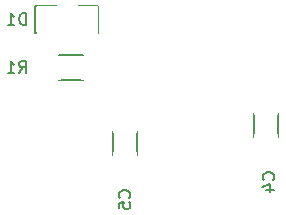
<source format=gbr>
G04 #@! TF.FileFunction,Legend,Bot*
%FSLAX46Y46*%
G04 Gerber Fmt 4.6, Leading zero omitted, Abs format (unit mm)*
G04 Created by KiCad (PCBNEW 4.0.1-stable) date 9/12/2016 12:56:57 PM*
%MOMM*%
G01*
G04 APERTURE LIST*
%ADD10C,0.100000*%
%ADD11C,0.150000*%
%ADD12R,1.700000X1.700000*%
%ADD13C,1.700000*%
%ADD14R,2.000000X2.400000*%
%ADD15R,1.924000X2.432000*%
%ADD16R,2.432000X2.127200*%
%ADD17O,2.432000X2.127200*%
%ADD18R,2.127200X2.432000*%
%ADD19O,2.127200X2.432000*%
%ADD20R,2.400000X2.100000*%
%ADD21C,2.600000*%
G04 APERTURE END LIST*
D10*
D11*
X197367000Y-62754000D02*
X197367000Y-64754000D01*
X195317000Y-64754000D02*
X195317000Y-62754000D01*
X183379000Y-66278000D02*
X183379000Y-64278000D01*
X185429000Y-64278000D02*
X185429000Y-66278000D01*
X177038000Y-56007000D02*
X176784000Y-56007000D01*
X176784000Y-56007000D02*
X176784000Y-53721000D01*
X176784000Y-53721000D02*
X177038000Y-53721000D01*
X177038000Y-56007000D02*
X177038000Y-53721000D01*
X177038000Y-53721000D02*
X178689000Y-53721000D01*
X180467000Y-56007000D02*
X182118000Y-56007000D01*
X182118000Y-56007000D02*
X182118000Y-53721000D01*
X182118000Y-53721000D02*
X180467000Y-53721000D01*
X178689000Y-56007000D02*
X177038000Y-56007000D01*
X180832000Y-57853000D02*
X178832000Y-57853000D01*
X178832000Y-60003000D02*
X180832000Y-60003000D01*
X196953143Y-68413334D02*
X197000762Y-68365715D01*
X197048381Y-68222858D01*
X197048381Y-68127620D01*
X197000762Y-67984762D01*
X196905524Y-67889524D01*
X196810286Y-67841905D01*
X196619810Y-67794286D01*
X196476952Y-67794286D01*
X196286476Y-67841905D01*
X196191238Y-67889524D01*
X196096000Y-67984762D01*
X196048381Y-68127620D01*
X196048381Y-68222858D01*
X196096000Y-68365715D01*
X196143619Y-68413334D01*
X196381714Y-69270477D02*
X197048381Y-69270477D01*
X196000762Y-69032381D02*
X196715048Y-68794286D01*
X196715048Y-69413334D01*
X184761143Y-69937334D02*
X184808762Y-69889715D01*
X184856381Y-69746858D01*
X184856381Y-69651620D01*
X184808762Y-69508762D01*
X184713524Y-69413524D01*
X184618286Y-69365905D01*
X184427810Y-69318286D01*
X184284952Y-69318286D01*
X184094476Y-69365905D01*
X183999238Y-69413524D01*
X183904000Y-69508762D01*
X183856381Y-69651620D01*
X183856381Y-69746858D01*
X183904000Y-69889715D01*
X183951619Y-69937334D01*
X183856381Y-70842096D02*
X183856381Y-70365905D01*
X184332571Y-70318286D01*
X184284952Y-70365905D01*
X184237333Y-70461143D01*
X184237333Y-70699239D01*
X184284952Y-70794477D01*
X184332571Y-70842096D01*
X184427810Y-70889715D01*
X184665905Y-70889715D01*
X184761143Y-70842096D01*
X184808762Y-70794477D01*
X184856381Y-70699239D01*
X184856381Y-70461143D01*
X184808762Y-70365905D01*
X184761143Y-70318286D01*
X175998095Y-55316381D02*
X175998095Y-54316381D01*
X175760000Y-54316381D01*
X175617142Y-54364000D01*
X175521904Y-54459238D01*
X175474285Y-54554476D01*
X175426666Y-54744952D01*
X175426666Y-54887810D01*
X175474285Y-55078286D01*
X175521904Y-55173524D01*
X175617142Y-55268762D01*
X175760000Y-55316381D01*
X175998095Y-55316381D01*
X174474285Y-55316381D02*
X175045714Y-55316381D01*
X174760000Y-55316381D02*
X174760000Y-54316381D01*
X174855238Y-54459238D01*
X174950476Y-54554476D01*
X175045714Y-54602095D01*
X175426666Y-59380381D02*
X175760000Y-58904190D01*
X175998095Y-59380381D02*
X175998095Y-58380381D01*
X175617142Y-58380381D01*
X175521904Y-58428000D01*
X175474285Y-58475619D01*
X175426666Y-58570857D01*
X175426666Y-58713714D01*
X175474285Y-58808952D01*
X175521904Y-58856571D01*
X175617142Y-58904190D01*
X175998095Y-58904190D01*
X174474285Y-59380381D02*
X175045714Y-59380381D01*
X174760000Y-59380381D02*
X174760000Y-58380381D01*
X174855238Y-58523238D01*
X174950476Y-58618476D01*
X175045714Y-58666095D01*
%LPC*%
D12*
X155956000Y-60960000D03*
D13*
X155956000Y-58960000D03*
D12*
X165100000Y-60960000D03*
D13*
X165100000Y-58960000D03*
D14*
X196342000Y-65754000D03*
X196342000Y-61754000D03*
X184404000Y-63278000D03*
X184404000Y-67278000D03*
D15*
X177927000Y-54864000D03*
X181229000Y-54864000D03*
D16*
X146812000Y-55880000D03*
D17*
X146812000Y-58420000D03*
X146812000Y-60960000D03*
X146812000Y-63500000D03*
X146812000Y-66040000D03*
X146812000Y-68580000D03*
D18*
X174752000Y-76200000D03*
D19*
X177292000Y-76200000D03*
X179832000Y-76200000D03*
X182372000Y-76200000D03*
X184912000Y-76200000D03*
X187452000Y-76200000D03*
X189992000Y-76200000D03*
X192532000Y-76200000D03*
D20*
X177832000Y-58928000D03*
X181832000Y-58928000D03*
D18*
X192532000Y-45720000D03*
D19*
X189992000Y-45720000D03*
X187452000Y-45720000D03*
X184912000Y-45720000D03*
X182372000Y-45720000D03*
X179832000Y-45720000D03*
X177292000Y-45720000D03*
X174752000Y-45720000D03*
X172212000Y-45720000D03*
X169672000Y-45720000D03*
D16*
X207772000Y-71120000D03*
D17*
X207772000Y-68580000D03*
X207772000Y-66040000D03*
X207772000Y-63500000D03*
X207772000Y-60960000D03*
X207772000Y-58420000D03*
X207772000Y-55880000D03*
X207772000Y-53340000D03*
D21*
X149860000Y-76200000D03*
X149860000Y-48260000D03*
X205740000Y-48260000D03*
X205740000Y-76200000D03*
M02*

</source>
